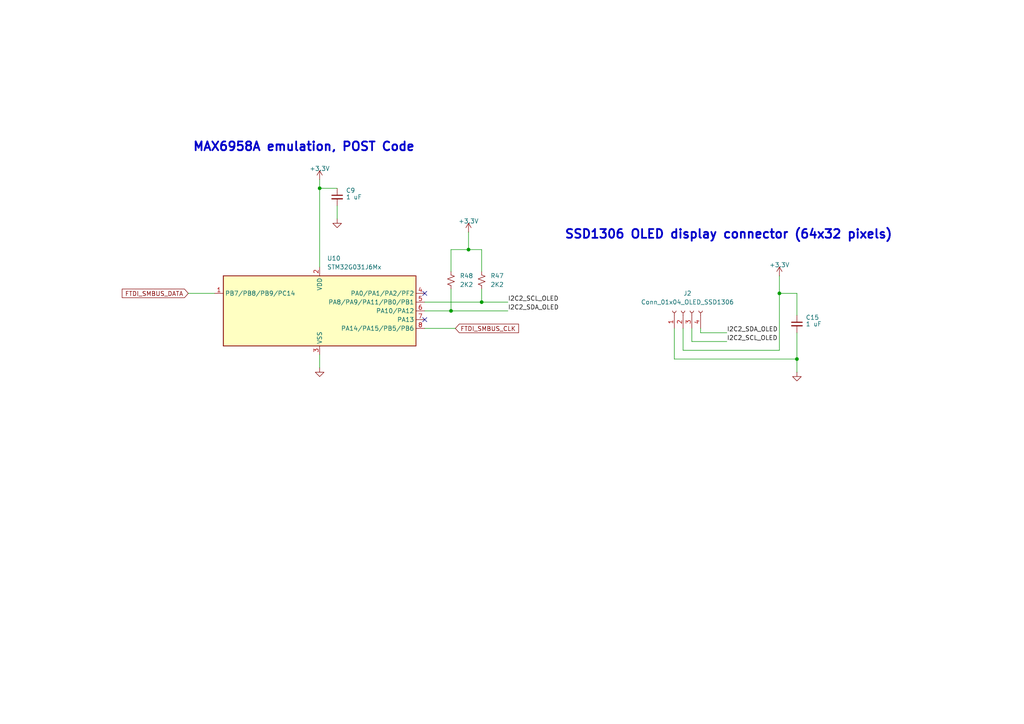
<source format=kicad_sch>
(kicad_sch (version 20250114) (generator "eeschema") (generator_version "9.0")
  (paper "A4")
  (title_block (title "FACET2 Homebrew") (date "2023-07-01") (rev "1.1"))
  (lib_symbols
    (symbol "Connector:Conn_01x04_Socket" (pin_names (offset 1.016) (hide yes))
      (property "Reference" "J" (at 0 5.08 0))
      (property "Value" "Conn_01x04_Socket" (at 0 -7.62 0))
      (symbol "Conn_01x04_Socket_1_1"
        (polyline (pts (xy -1.27 2.54) (xy -0.508 2.54)) (stroke (width 0.1524)))
        (polyline (pts (xy -1.27 0) (xy -0.508 0)) (stroke (width 0.1524)))
        (polyline (pts (xy -1.27 -2.54) (xy -0.508 -2.54)) (stroke (width 0.1524)))
        (polyline (pts (xy -1.27 -5.08) (xy -0.508 -5.08)) (stroke (width 0.1524)))
        (arc (start 0 2.032) (mid -0.5058 2.54) (end 0 3.048) (stroke (width 0.1524)))
        (arc (start 0 -0.508) (mid -0.5058 0) (end 0 0.508) (stroke (width 0.1524)))
        (arc (start 0 -3.048) (mid -0.5058 -2.54) (end 0 -2.032) (stroke (width 0.1524)))
        (arc (start 0 -5.588) (mid -0.5058 -5.08) (end 0 -4.572) (stroke (width 0.1524)))
        (pin passive line (at -5.08 2.54 0) (length 3.81) (name "Pin_1") (number "1"))
        (pin passive line (at -5.08 0 0) (length 3.81) (name "Pin_2") (number "2"))
        (pin passive line (at -5.08 -2.54 0) (length 3.81) (name "Pin_3") (number "3"))
        (pin passive line (at -5.08 -5.08 0) (length 3.81) (name "Pin_4") (number "4"))
      )
    )
    (symbol "Device:C_Small" (pin_numbers (hide yes)) (pin_names (offset 0.254) (hide yes))
      (property "Reference" "C" (at 0.254 1.778 0))
      (property "Value" "C_Small" (at 0.254 -2.032 0))
      (symbol "C_Small_0_1"
        (polyline (pts (xy -1.524 0.508) (xy 1.524 0.508)) (stroke (width 0.3048)))
        (polyline (pts (xy -1.524 -0.508) (xy 1.524 -0.508)) (stroke (width 0.3302)))
      )
      (symbol "C_Small_1_1"
        (pin passive line (at 0 2.54 270) (length 2.032) (name "~") (number "1"))
        (pin passive line (at 0 -2.54 90) (length 2.032) (name "~") (number "2"))
      )
    )
    (symbol "Device:R_Small_US" (pin_numbers (hide yes)) (pin_names (offset 0.254) (hide yes))
      (property "Reference" "R" (at 0.762 0.508 0))
      (property "Value" "R_Small_US" (at 0.762 -1.016 0))
      (symbol "R_Small_US_1_1"
        (polyline (pts (xy 0 1.524) (xy 1.016 1.143) (xy 0 0.762) (xy -1.016 0.381) (xy 0 0)))
        (polyline (pts (xy 0 0) (xy 1.016 -0.381) (xy 0 -0.762) (xy -1.016 -1.143) (xy 0 -1.524)))
        (pin passive line (at 0 2.54 270) (length 1.016) (name "~") (number "1"))
        (pin passive line (at 0 -2.54 90) (length 1.016) (name "~") (number "2"))
      )
    )
    (symbol "MCU_ST_STM32G0:STM32G031J6Mx"
      (property "Reference" "U" (at -27.94 11.43 0))
      (property "Value" "STM32G031J6Mx" (at 2.54 11.43 0))
      (symbol "STM32G031J6Mx_0_1"
        (rectangle (start -27.94 -10.16) (end 27.94 10.16) (stroke (width 0.254)) (fill (type background)))
      )
      (symbol "STM32G031J6Mx_1_1"
        (pin bidirectional line (at -30.48 5.08 0) (length 2.54) (name "PB7/PB8/PB9/PC14") (number "1"))
        (pin power_in line (at 0 12.7 270) (length 2.54) (name "VDD") (number "2"))
        (pin power_in line (at 0 -12.7 90) (length 2.54) (name "VSS") (number "3"))
        (pin bidirectional line (at 30.48 5.08 180) (length 2.54) (name "PA0/PA1/PA2/PF2") (number "4"))
        (pin bidirectional line (at 30.48 2.54 180) (length 2.54) (name "PA8/PA9/PA11/PB0/PB1") (number "5"))
        (pin bidirectional line (at 30.48 0 180) (length 2.54) (name "PA10/PA12") (number "6"))
        (pin bidirectional line (at 30.48 -2.54 180) (length 2.54) (name "PA13") (number "7"))
        (pin bidirectional line (at 30.48 -5.08 180) (length 2.54) (name "PA14/PA15/PB5/PB6") (number "8"))
      )
    )
    (symbol "power:+3.3V" (power) (pin_numbers (hide yes)) (pin_names (offset 0) (hide yes))
      (property "Value" "+3.3V" (at 0 3.556 0))
      (symbol "+3.3V_0_1"
        (polyline (pts (xy -0.762 1.27) (xy 0 2.54)))
        (polyline (pts (xy 0 2.54) (xy 0.762 1.27)))
        (polyline (pts (xy 0 0) (xy 0 2.54)))
      )
      (symbol "+3.3V_1_1"
        (pin power_in line (at 0 0 90) (length 0) (name "~") (number "1"))
      )
    )
    (symbol "power:GND" (power) (pin_numbers (hide yes)) (pin_names (offset 0) (hide yes))
      (property "Value" "GND" (at 0 -3.81 0))
      (symbol "GND_0_1"
        (polyline (pts (xy 0 0) (xy 0 -1.27) (xy 1.27 -1.27) (xy 0 -2.54) (xy -1.27 -1.27) (xy 0 -1.27)))
      )
      (symbol "GND_1_1"
        (pin power_in line (at 0 0 270) (length 0) (name "~") (number "1"))
      )
    )
  )
  (text "SSD1306 OLED display connector (64x32 pixels)" (at 211.328 68.072 0) (effects (font (size 2.54 2.54) (thickness 0.508) (bold yes))))
  (text "MAX6958A emulation, POST Code" (at 88.138 42.672 0) (effects (font (size 2.54 2.54) (thickness 0.508) (bold yes))))
  (junction (at 139.7 87.63))
  (junction (at 135.89 72.39))
  (junction (at 231.14 104.14))
  (junction (at 130.81 90.17))
  (junction (at 92.71 54.61))
  (junction (at 226.06 85.09))
  (no_connect (at 123.19 85.09))
  (no_connect (at 123.19 92.71))
  (wire (pts (xy 226.06 85.09) (xy 231.14 85.09)))
  (wire (pts (xy 92.71 54.61) (xy 92.71 52.07)))
  (wire (pts (xy 130.81 72.39) (xy 135.89 72.39)))
  (wire (pts (xy 97.79 59.69) (xy 97.79 63.5)))
  (wire (pts (xy 139.7 83.82) (xy 139.7 87.63)))
  (wire (pts (xy 123.19 87.63) (xy 139.7 87.63)))
  (wire (pts (xy 92.71 54.61) (xy 92.71 77.47)))
  (wire (pts (xy 195.58 95.25) (xy 195.58 104.14)))
  (wire (pts (xy 226.06 80.01) (xy 226.06 85.09)))
  (wire (pts (xy 203.2 96.52) (xy 210.82 96.52)))
  (wire (pts (xy 231.14 104.14) (xy 195.58 104.14)))
  (wire (pts (xy 200.66 99.06) (xy 210.82 99.06)))
  (wire (pts (xy 139.7 87.63) (xy 147.32 87.63)))
  (wire (pts (xy 198.12 95.25) (xy 198.12 101.6)))
  (wire (pts (xy 54.61 85.09) (xy 62.23 85.09)))
  (wire (pts (xy 92.71 54.61) (xy 97.79 54.61)))
  (wire (pts (xy 139.7 72.39) (xy 139.7 78.74)))
  (wire (pts (xy 123.19 95.25) (xy 132.08 95.25)))
  (wire (pts (xy 130.81 78.74) (xy 130.81 72.39)))
  (wire (pts (xy 203.2 95.25) (xy 203.2 96.52)))
  (wire (pts (xy 231.14 96.52) (xy 231.14 104.14)))
  (wire (pts (xy 200.66 95.25) (xy 200.66 99.06)))
  (wire (pts (xy 226.06 85.09) (xy 226.06 101.6)))
  (wire (pts (xy 123.19 90.17) (xy 130.81 90.17)))
  (wire (pts (xy 135.89 72.39) (xy 139.7 72.39)))
  (wire (pts (xy 92.71 102.87) (xy 92.71 106.68)))
  (wire (pts (xy 130.81 90.17) (xy 147.32 90.17)))
  (wire (pts (xy 130.81 83.82) (xy 130.81 90.17)))
  (wire (pts (xy 198.12 101.6) (xy 226.06 101.6)))
  (wire (pts (xy 135.89 67.31) (xy 135.89 72.39)))
  (wire (pts (xy 231.14 85.09) (xy 231.14 91.44)))
  (wire (pts (xy 231.14 104.14) (xy 231.14 107.95)))
  (label "I2C2_SCL_OLED" (at 147.32 87.63 0))
  (label "I2C2_SDA_OLED" (at 147.32 90.17 0))
  (label "I2C2_SDA_OLED" (at 210.82 96.52 0))
  (label "I2C2_SCL_OLED" (at 210.82 99.06 0))
  (global_label "FTDI_SMBUS_CLK" (shape input) (at 132.08 95.25 0) (property "Intersheetrefs" "${INTERSHEET_REFS}" (effects (hide yes))))
  (global_label "FTDI_SMBUS_DATA" (shape input) (at 54.61 85.09 180) (property "Intersheetrefs" "${INTERSHEET_REFS}" (effects (hide yes))))
  (symbol (lib_id "power:+3.3V") (at 226.06 80.01 0) (unit 1)
    (property "Reference" "#PWR069" (effects (hide yes)))
    (property "Value" "+3.3V" (at 226.06 76.835 0))
    (property "Description" "Power symbol creates a global label with name \"+3.3V\"" (effects (hide yes)))
  )
  (symbol (lib_id "power:+3.3V") (at 135.89 67.31 0) (unit 1)
    (property "Reference" "#PWR070" (effects (hide yes)))
    (property "Value" "+3.3V" (at 135.89 64.135 0))
    (property "Description" "Power symbol creates a global label with name \"+3.3V\"" (effects (hide yes)))
  )
  (symbol (lib_id "Device:C_Small") (at 97.79 57.15 0) (unit 1)
    (property "Reference" "C9" (at 100.33 55.245 0) (effects (justify left)))
    (property "Value" "1 uF" (at 100.33 57.15 0) (effects (justify left)))
    (property "Footprint" "Capacitor_SMD:C_0603_1608Metric" (effects (hide yes)))
    (property "Datasheet" "https://weblib.samsungsem.com/mlcc/mlcc-ec-data-sheet.do?partNumber=CL10B105KA8NNN" (effects (hide yes)))
    (property "Description" "Unpolarized capacitor, small symbol" (effects (hide yes)))
    (property "LCSC" "C29936" (effects (hide yes)))
    (property "MF" "Samsung Electro-Mechanics" (effects (hide yes)))
    (property "MP" "CL10B105KA8NNNC" (effects (hide yes)))
  )
  (symbol (lib_id "MCU_ST_STM32G0:STM32G031J6Mx") (at 92.71 90.17 0) (unit 1)
    (property "Reference" "U10" (at 94.8533 74.93 0) (effects (justify left)))
    (property "Value" "STM32G031J6Mx" (at 94.8533 77.47 0) (effects (justify left)))
    (property "Footprint" "Package_SO:SOIC-8_3.9x4.9mm_P1.27mm" (effects (hide yes)))
    (property "Datasheet" "https://www.st.com/resource/en/datasheet/stm32g031j6.pdf" (effects (hide yes)))
    (property "Description" "STMicroelectronics Arm Cortex-M0+ MCU, 32KB flash, 8KB RAM, 64 MHz, 1.7-3.6V, 6 GPIO, SO8N" (effects (hide yes)))
    (property "LCSC" "C432201" (effects (hide yes)))
  )
  (symbol (lib_id "Device:R_Small_US") (at 139.7 81.28 0) (unit 1)
    (property "Reference" "R47" (at 142.24 80.0099 0) (effects (justify left)))
    (property "Value" "2K2" (at 142.24 82.5499 0) (effects (justify left)))
    (property "Footprint" "Resistor_SMD:R_0402_1005Metric" (effects (hide yes)))
    (property "Description" "Resistor, small US symbol" (effects (hide yes)))
    (property "LCSC" "C25879" (effects (hide yes)))
  )
  (symbol (lib_id "Device:R_Small_US") (at 130.81 81.28 0) (unit 1)
    (property "Reference" "R48" (at 133.35 80.0099 0) (effects (justify left)))
    (property "Value" "2K2" (at 133.35 82.5499 0) (effects (justify left)))
    (property "Footprint" "Resistor_SMD:R_0402_1005Metric" (effects (hide yes)))
    (property "Description" "Resistor, small US symbol" (effects (hide yes)))
    (property "LCSC" "C25879" (effects (hide yes)))
  )
  (symbol (lib_id "Device:C_Small") (at 231.14 93.98 0) (unit 1)
    (property "Reference" "C15" (at 233.68 92.075 0) (effects (justify left)))
    (property "Value" "1 uF" (at 233.68 93.98 0) (effects (justify left)))
    (property "Footprint" "Capacitor_SMD:C_0603_1608Metric" (effects (hide yes)))
    (property "Datasheet" "https://weblib.samsungsem.com/mlcc/mlcc-ec-data-sheet.do?partNumber=CL10B105KA8NNN" (effects (hide yes)))
    (property "Description" "Unpolarized capacitor, small symbol" (effects (hide yes)))
    (property "LCSC" "C29936" (effects (hide yes)))
    (property "MF" "Samsung Electro-Mechanics" (effects (hide yes)))
    (property "MP" "CL10B105KA8NNNC" (effects (hide yes)))
  )
  (symbol (lib_id "Connector:Conn_01x04_Socket") (at 198.12 90.17 90) (unit 1)
    (property "Reference" "J2" (at 199.39 85.09 90))
    (property "Value" "Conn_01x04_OLED_SSD1306" (at 199.39 87.63 90))
    (property "Footprint" "Connector_PinSocket_2.54mm:PinSocket_1x04_P2.54mm_Vertical" (effects (hide yes)))
    (property "Description" "Generic connector, single row, 01x04, script generated" (effects (hide yes)))
  )
  (symbol (lib_id "power:GND") (at 97.79 63.5 0) (unit 1)
    (property "Reference" "#PWR051" (effects (hide yes)))
    (property "Value" "Earth" (effects (hide yes)))
    (property "Description" "Power symbol creates a global label with name \"GND\" , ground" (effects (hide yes)))
  )
  (symbol (lib_id "power:+3.3V") (at 92.71 52.07 0) (unit 1)
    (property "Reference" "#PWR026" (effects (hide yes)))
    (property "Value" "+3.3V" (at 92.71 48.895 0))
    (property "Description" "Power symbol creates a global label with name \"+3.3V\"" (effects (hide yes)))
  )
  (symbol (lib_id "power:GND") (at 231.14 107.95 0) (unit 1)
    (property "Reference" "#PWR068" (effects (hide yes)))
    (property "Value" "Earth" (effects (hide yes)))
    (property "Description" "Power symbol creates a global label with name \"GND\" , ground" (effects (hide yes)))
  )
  (symbol (lib_id "power:GND") (at 92.71 106.68 0) (unit 1)
    (property "Reference" "#PWR067" (effects (hide yes)))
    (property "Value" "Earth" (effects (hide yes)))
    (property "Description" "Power symbol creates a global label with name \"GND\" , ground" (effects (hide yes)))
  )
)
</source>
